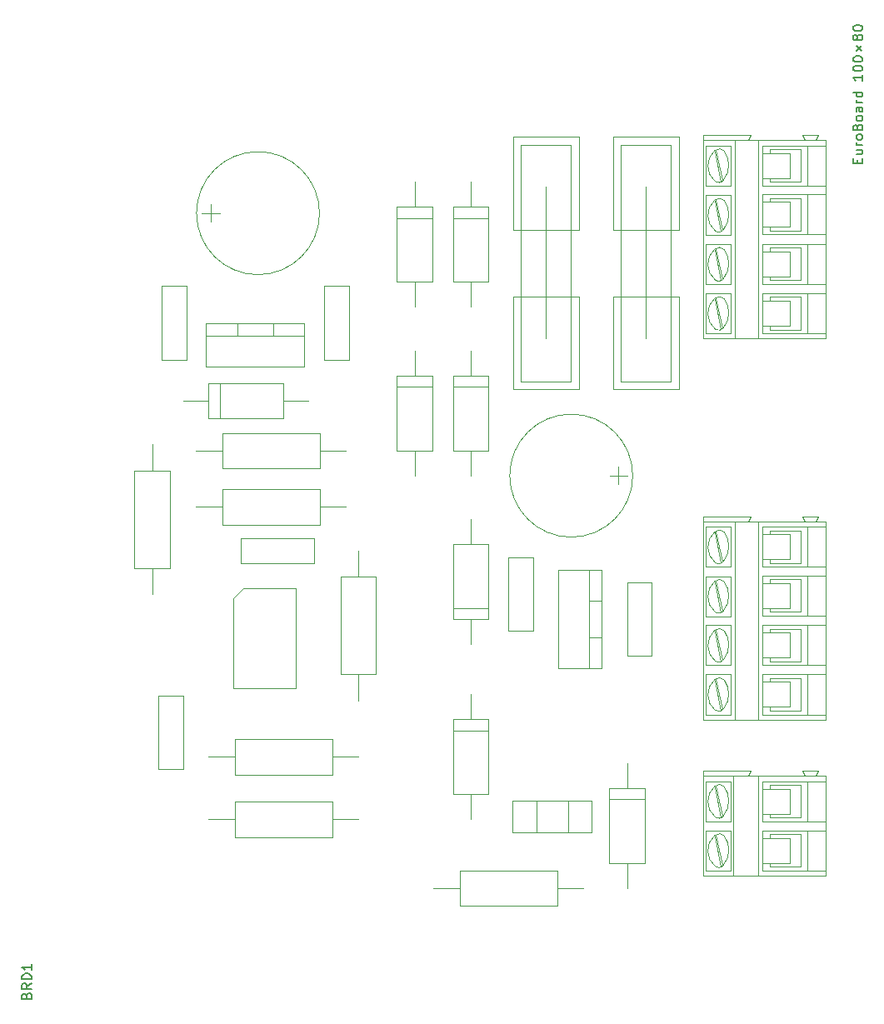
<source format=gbr>
G04 #@! TF.FileFunction,Other,Fab,Top*
%FSLAX46Y46*%
G04 Gerber Fmt 4.6, Leading zero omitted, Abs format (unit mm)*
G04 Created by KiCad (PCBNEW 4.0.6) date Thu Apr 29 15:37:00 2021*
%MOMM*%
%LPD*%
G01*
G04 APERTURE LIST*
%ADD10C,0.100000*%
%ADD11C,0.150000*%
G04 APERTURE END LIST*
D10*
X92570000Y-103505000D02*
G75*
G03X92570000Y-103505000I-6250000J0D01*
G01*
X80620000Y-103505000D02*
X82420000Y-103505000D01*
X81520000Y-102605000D02*
X81520000Y-104405000D01*
X124400000Y-130175000D02*
G75*
G03X124400000Y-130175000I-6250000J0D01*
G01*
X123850000Y-130175000D02*
X122050000Y-130175000D01*
X122950000Y-131075000D02*
X122950000Y-129275000D01*
X76537500Y-118407500D02*
X79037500Y-118407500D01*
X79037500Y-118407500D02*
X79037500Y-110907500D01*
X79037500Y-110907500D02*
X76537500Y-110907500D01*
X76537500Y-110907500D02*
X76537500Y-118407500D01*
X114280000Y-138450000D02*
X111780000Y-138450000D01*
X111780000Y-138450000D02*
X111780000Y-145950000D01*
X111780000Y-145950000D02*
X114280000Y-145950000D01*
X114280000Y-145950000D02*
X114280000Y-138450000D01*
X93047500Y-118407500D02*
X95547500Y-118407500D01*
X95547500Y-118407500D02*
X95547500Y-110907500D01*
X95547500Y-110907500D02*
X93047500Y-110907500D01*
X93047500Y-110907500D02*
X93047500Y-118407500D01*
X126345000Y-140990000D02*
X123845000Y-140990000D01*
X123845000Y-140990000D02*
X123845000Y-148490000D01*
X123845000Y-148490000D02*
X126345000Y-148490000D01*
X126345000Y-148490000D02*
X126345000Y-140990000D01*
X76220000Y-160000000D02*
X78720000Y-160000000D01*
X78720000Y-160000000D02*
X78720000Y-152500000D01*
X78720000Y-152500000D02*
X76220000Y-152500000D01*
X76220000Y-152500000D02*
X76220000Y-160000000D01*
X92055000Y-139045000D02*
X92055000Y-136545000D01*
X92055000Y-136545000D02*
X84555000Y-136545000D01*
X84555000Y-136545000D02*
X84555000Y-139045000D01*
X84555000Y-139045000D02*
X92055000Y-139045000D01*
X104035000Y-102880000D02*
X100435000Y-102880000D01*
X100435000Y-102880000D02*
X100435000Y-110480000D01*
X100435000Y-110480000D02*
X104035000Y-110480000D01*
X104035000Y-110480000D02*
X104035000Y-102880000D01*
X102235000Y-100330000D02*
X102235000Y-102880000D01*
X102235000Y-113030000D02*
X102235000Y-110480000D01*
X104035000Y-104020000D02*
X100435000Y-104020000D01*
X109750000Y-102880000D02*
X106150000Y-102880000D01*
X106150000Y-102880000D02*
X106150000Y-110480000D01*
X106150000Y-110480000D02*
X109750000Y-110480000D01*
X109750000Y-110480000D02*
X109750000Y-102880000D01*
X107950000Y-100330000D02*
X107950000Y-102880000D01*
X107950000Y-113030000D02*
X107950000Y-110480000D01*
X109750000Y-104020000D02*
X106150000Y-104020000D01*
X109750000Y-120025000D02*
X106150000Y-120025000D01*
X106150000Y-120025000D02*
X106150000Y-127625000D01*
X106150000Y-127625000D02*
X109750000Y-127625000D01*
X109750000Y-127625000D02*
X109750000Y-120025000D01*
X107950000Y-117475000D02*
X107950000Y-120025000D01*
X107950000Y-130175000D02*
X107950000Y-127625000D01*
X109750000Y-121165000D02*
X106150000Y-121165000D01*
X104035000Y-120025000D02*
X100435000Y-120025000D01*
X100435000Y-120025000D02*
X100435000Y-127625000D01*
X100435000Y-127625000D02*
X104035000Y-127625000D01*
X104035000Y-127625000D02*
X104035000Y-120025000D01*
X102235000Y-117475000D02*
X102235000Y-120025000D01*
X102235000Y-130175000D02*
X102235000Y-127625000D01*
X104035000Y-121165000D02*
X100435000Y-121165000D01*
X81290000Y-120755000D02*
X81290000Y-124355000D01*
X81290000Y-124355000D02*
X88890000Y-124355000D01*
X88890000Y-124355000D02*
X88890000Y-120755000D01*
X88890000Y-120755000D02*
X81290000Y-120755000D01*
X78740000Y-122555000D02*
X81290000Y-122555000D01*
X91440000Y-122555000D02*
X88890000Y-122555000D01*
X82430000Y-120755000D02*
X82430000Y-124355000D01*
X106150000Y-144770000D02*
X109750000Y-144770000D01*
X109750000Y-144770000D02*
X109750000Y-137170000D01*
X109750000Y-137170000D02*
X106150000Y-137170000D01*
X106150000Y-137170000D02*
X106150000Y-144770000D01*
X107950000Y-147320000D02*
X107950000Y-144770000D01*
X107950000Y-134620000D02*
X107950000Y-137170000D01*
X106150000Y-143630000D02*
X109750000Y-143630000D01*
X109750000Y-154950000D02*
X106150000Y-154950000D01*
X106150000Y-154950000D02*
X106150000Y-162550000D01*
X106150000Y-162550000D02*
X109750000Y-162550000D01*
X109750000Y-162550000D02*
X109750000Y-154950000D01*
X107950000Y-152400000D02*
X107950000Y-154950000D01*
X107950000Y-165100000D02*
X107950000Y-162550000D01*
X109750000Y-156090000D02*
X106150000Y-156090000D01*
X125625000Y-161935000D02*
X122025000Y-161935000D01*
X122025000Y-161935000D02*
X122025000Y-169535000D01*
X122025000Y-169535000D02*
X125625000Y-169535000D01*
X125625000Y-169535000D02*
X125625000Y-161935000D01*
X123825000Y-159385000D02*
X123825000Y-161935000D01*
X123825000Y-172085000D02*
X123825000Y-169535000D01*
X125625000Y-163075000D02*
X122025000Y-163075000D01*
X125730000Y-116195000D02*
X125730000Y-100845000D01*
X123180000Y-120645000D02*
X123180000Y-96545000D01*
X123180000Y-96545000D02*
X128280000Y-96545000D01*
X128280000Y-96545000D02*
X128280000Y-120645000D01*
X128280000Y-120645000D02*
X123230000Y-120645000D01*
X122380000Y-105245000D02*
X129080000Y-105245000D01*
X129080000Y-105245000D02*
X129080000Y-95695000D01*
X129080000Y-95695000D02*
X122430000Y-95695000D01*
X122430000Y-95695000D02*
X122380000Y-105245000D01*
X122380000Y-121345000D02*
X122380000Y-111995000D01*
X122380000Y-111995000D02*
X129080000Y-111995000D01*
X129080000Y-111995000D02*
X129080000Y-121345000D01*
X129080000Y-121345000D02*
X122380000Y-121345000D01*
X115570000Y-116195000D02*
X115570000Y-100845000D01*
X113020000Y-120645000D02*
X113020000Y-96545000D01*
X113020000Y-96545000D02*
X118120000Y-96545000D01*
X118120000Y-96545000D02*
X118120000Y-120645000D01*
X118120000Y-120645000D02*
X113070000Y-120645000D01*
X112220000Y-105245000D02*
X118920000Y-105245000D01*
X118920000Y-105245000D02*
X118920000Y-95695000D01*
X118920000Y-95695000D02*
X112270000Y-95695000D01*
X112270000Y-95695000D02*
X112220000Y-105245000D01*
X112220000Y-121345000D02*
X112220000Y-111995000D01*
X112220000Y-111995000D02*
X118920000Y-111995000D01*
X118920000Y-111995000D02*
X118920000Y-121345000D01*
X118920000Y-121345000D02*
X112220000Y-121345000D01*
X140335000Y-169535000D02*
X140335000Y-166995000D01*
X140335000Y-166995000D02*
X137545000Y-166995000D01*
X137545000Y-169535000D02*
X137545000Y-166995000D01*
X140335000Y-169535000D02*
X137545000Y-169535000D01*
X140335000Y-164535000D02*
X140335000Y-161995000D01*
X140335000Y-161995000D02*
X137545000Y-161995000D01*
X137545000Y-164535000D02*
X137545000Y-161995000D01*
X140335000Y-164535000D02*
X137545000Y-164535000D01*
X131575000Y-160665000D02*
X134625000Y-160665000D01*
X131575000Y-160665000D02*
X131575000Y-170855000D01*
X131575000Y-160665000D02*
X131575000Y-160165000D01*
X131575000Y-160165000D02*
X136395000Y-160165000D01*
X136395000Y-160165000D02*
X136145000Y-160665000D01*
X143255000Y-160165000D02*
X143005000Y-160665000D01*
X143005000Y-160665000D02*
X144015000Y-160665000D01*
X141605000Y-160165000D02*
X141855000Y-160665000D01*
X141855000Y-160665000D02*
X143005000Y-160665000D01*
X141605000Y-160165000D02*
X143255000Y-160165000D01*
X144015000Y-165295000D02*
X142115000Y-165295000D01*
X137545000Y-161225000D02*
X142115000Y-161225000D01*
X144015000Y-165295000D02*
X144015000Y-161225000D01*
X144015000Y-161225000D02*
X144015000Y-160665000D01*
X144015000Y-166235000D02*
X142115000Y-166235000D01*
X144015000Y-166235000D02*
X144015000Y-165295000D01*
X137545000Y-170295000D02*
X142115000Y-170295000D01*
X144015000Y-170855000D02*
X144015000Y-170295000D01*
X144015000Y-170295000D02*
X144015000Y-166235000D01*
X142115000Y-165295000D02*
X142115000Y-161225000D01*
X142115000Y-165295000D02*
X137545000Y-165295000D01*
X142115000Y-161225000D02*
X144015000Y-161225000D01*
X142115000Y-166235000D02*
X142115000Y-170295000D01*
X142115000Y-166235000D02*
X137545000Y-166235000D01*
X142115000Y-170295000D02*
X144015000Y-170295000D01*
X141475000Y-161605000D02*
X138305000Y-161605000D01*
X141475000Y-161605000D02*
X141475000Y-164915000D01*
X141475000Y-164915000D02*
X138305000Y-164915000D01*
X141475000Y-166615000D02*
X138305000Y-166615000D01*
X141475000Y-166615000D02*
X141475000Y-169915000D01*
X141475000Y-169915000D02*
X138305000Y-169915000D01*
X138305000Y-169915000D02*
X138305000Y-169535000D01*
X138305000Y-166615000D02*
X138305000Y-166995000D01*
X138305000Y-164915000D02*
X138305000Y-164535000D01*
X138305000Y-161605000D02*
X138305000Y-161995000D01*
X144015000Y-170855000D02*
X137155000Y-170855000D01*
X137155000Y-170855000D02*
X134625000Y-170855000D01*
X136145000Y-160665000D02*
X137155000Y-160665000D01*
X137155000Y-160665000D02*
X141855000Y-160665000D01*
X134625000Y-170855000D02*
X134625000Y-160665000D01*
X134625000Y-170855000D02*
X131575000Y-170855000D01*
X134625000Y-160665000D02*
X136145000Y-160665000D01*
X134365000Y-165295000D02*
X131825000Y-165295000D01*
X131825000Y-165295000D02*
X131825000Y-161225000D01*
X131825000Y-161225000D02*
X134365000Y-161225000D01*
X134365000Y-161225000D02*
X134365000Y-165295000D01*
X134365000Y-166235000D02*
X131825000Y-166235000D01*
X134365000Y-166235000D02*
X134365000Y-170295000D01*
X134365000Y-170295000D02*
X131825000Y-170295000D01*
X131825000Y-166235000D02*
X131825000Y-170295000D01*
X133345000Y-164885000D02*
X132715000Y-161835000D01*
X133475000Y-164755000D02*
X132845000Y-161715000D01*
X133345000Y-169895000D02*
X132715000Y-166835000D01*
X133475000Y-169765000D02*
X132845000Y-166715000D01*
X137545000Y-170295000D02*
X137545000Y-169915000D01*
X137545000Y-166235000D02*
X137545000Y-166615000D01*
X137545000Y-166615000D02*
X137545000Y-169915000D01*
X137155000Y-170855000D02*
X137155000Y-169915000D01*
X137155000Y-169915000D02*
X137155000Y-166615000D01*
X137155000Y-166615000D02*
X137155000Y-164915000D01*
X137155000Y-160665000D02*
X137155000Y-161605000D01*
X137155000Y-161605000D02*
X137155000Y-164915000D01*
X137545000Y-161225000D02*
X137545000Y-161605000D01*
X137545000Y-165295000D02*
X137545000Y-164915000D01*
X137545000Y-164915000D02*
X137545000Y-161605000D01*
X133718995Y-161789468D02*
G75*
G03X132745000Y-161735000I-513995J-455532D01*
G01*
X133626737Y-164727333D02*
G75*
G03X133675000Y-161745000I-1901737J1522333D01*
G01*
X132733313Y-161736761D02*
G75*
G03X132795000Y-164885000I1351687J-1548239D01*
G01*
X132736301Y-164837972D02*
G75*
G03X133665000Y-164695000I408699J432972D01*
G01*
X133708996Y-166789380D02*
G75*
G03X132745000Y-166745000I-503996J-455620D01*
G01*
X133636418Y-169734829D02*
G75*
G03X133675000Y-166745000I-1911418J1519829D01*
G01*
X132723466Y-166735024D02*
G75*
G03X132795000Y-169895000I1361534J-1549976D01*
G01*
X132736301Y-169837972D02*
G75*
G03X133665000Y-169695000I408699J432972D01*
G01*
X137545000Y-143650000D02*
X140335000Y-143650000D01*
X140335000Y-143650000D02*
X140335000Y-141110000D01*
X140335000Y-141110000D02*
X137545000Y-141110000D01*
X134365000Y-144460000D02*
X131825000Y-144460000D01*
X131825000Y-144460000D02*
X131825000Y-140400000D01*
X131825000Y-140400000D02*
X134365000Y-140400000D01*
X134365000Y-140400000D02*
X134365000Y-144460000D01*
X133345000Y-144060000D02*
X132715000Y-141010000D01*
X133475000Y-143930000D02*
X132845000Y-140880000D01*
X142115000Y-144410000D02*
X142115000Y-140350000D01*
X144015000Y-140350000D02*
X137545000Y-140350000D01*
X138305000Y-144030000D02*
X138305000Y-143650000D01*
X138305000Y-144030000D02*
X141475000Y-144030000D01*
X141475000Y-144030000D02*
X141475000Y-140730000D01*
X141475000Y-140730000D02*
X138305000Y-140730000D01*
X138305000Y-140730000D02*
X138305000Y-141110000D01*
X137155000Y-139890000D02*
X137155000Y-134810000D01*
X144015000Y-144410000D02*
X137545000Y-144410000D01*
X137545000Y-144410000D02*
X137545000Y-140350000D01*
X144015000Y-135450000D02*
X144015000Y-139380000D01*
X144015000Y-139230000D02*
X144015000Y-145330000D01*
X134745000Y-134810000D02*
X134745000Y-154980000D01*
X131575000Y-134660000D02*
X131575000Y-154980000D01*
X137155000Y-139740000D02*
X137155000Y-154920000D01*
X141795000Y-139450000D02*
X137545000Y-139450000D01*
X137545000Y-139050000D02*
X137545000Y-135750000D01*
X137545000Y-139430000D02*
X137545000Y-139050000D01*
X137545000Y-135370000D02*
X137545000Y-135750000D01*
X133475000Y-138900000D02*
X132845000Y-135850000D01*
X133345000Y-139030000D02*
X132715000Y-135980000D01*
X134365000Y-135370000D02*
X134365000Y-139430000D01*
X131825000Y-135370000D02*
X134365000Y-135370000D01*
X131825000Y-139430000D02*
X131825000Y-135370000D01*
X134365000Y-139430000D02*
X131825000Y-139430000D01*
X134625000Y-134810000D02*
X136145000Y-134810000D01*
X137155000Y-134810000D02*
X141855000Y-134810000D01*
X136145000Y-134810000D02*
X137155000Y-134810000D01*
X138305000Y-135750000D02*
X138305000Y-136130000D01*
X138305000Y-139050000D02*
X138305000Y-138670000D01*
X141475000Y-139050000D02*
X138305000Y-139050000D01*
X141475000Y-135750000D02*
X141475000Y-139050000D01*
X141475000Y-135750000D02*
X138305000Y-135750000D01*
X142115000Y-135370000D02*
X144015000Y-135370000D01*
X142115000Y-139430000D02*
X142115000Y-135370000D01*
X144015000Y-135370000D02*
X144015000Y-134810000D01*
X137545000Y-135370000D02*
X142115000Y-135370000D01*
X144015000Y-139430000D02*
X142115000Y-139430000D01*
X141605000Y-134300000D02*
X143255000Y-134300000D01*
X141855000Y-134810000D02*
X143005000Y-134810000D01*
X141605000Y-134300000D02*
X141855000Y-134810000D01*
X143005000Y-134810000D02*
X144015000Y-134810000D01*
X143255000Y-134300000D02*
X143005000Y-134810000D01*
X136395000Y-134300000D02*
X136145000Y-134810000D01*
X131575000Y-134300000D02*
X136395000Y-134300000D01*
X131575000Y-134810000D02*
X131575000Y-134300000D01*
X131575000Y-134810000D02*
X134625000Y-134810000D01*
X140335000Y-138670000D02*
X137545000Y-138670000D01*
X137545000Y-138670000D02*
X137545000Y-136130000D01*
X140335000Y-136130000D02*
X137545000Y-136130000D01*
X140335000Y-138670000D02*
X140335000Y-136130000D01*
X140335000Y-153680000D02*
X140335000Y-151140000D01*
X140335000Y-151140000D02*
X137545000Y-151140000D01*
X137545000Y-153680000D02*
X137545000Y-151140000D01*
X140335000Y-153680000D02*
X137545000Y-153680000D01*
X140335000Y-148680000D02*
X140335000Y-146140000D01*
X140335000Y-146140000D02*
X137545000Y-146140000D01*
X137545000Y-148680000D02*
X137545000Y-146140000D01*
X140335000Y-148680000D02*
X137545000Y-148680000D01*
X143005000Y-139450000D02*
X144015000Y-139450000D01*
X141855000Y-139450000D02*
X143005000Y-139450000D01*
X144015000Y-149440000D02*
X142115000Y-149440000D01*
X137545000Y-145380000D02*
X142115000Y-145380000D01*
X144015000Y-149440000D02*
X144015000Y-145380000D01*
X144015000Y-150380000D02*
X142115000Y-150380000D01*
X144015000Y-150380000D02*
X144015000Y-149440000D01*
X137545000Y-154450000D02*
X142115000Y-154450000D01*
X144015000Y-154980000D02*
X144015000Y-154450000D01*
X144015000Y-154450000D02*
X144015000Y-150380000D01*
X142115000Y-149440000D02*
X142115000Y-145380000D01*
X142115000Y-149440000D02*
X137545000Y-149440000D01*
X142115000Y-145380000D02*
X144015000Y-145380000D01*
X142115000Y-150380000D02*
X142115000Y-154450000D01*
X142115000Y-150380000D02*
X137545000Y-150380000D01*
X142115000Y-154450000D02*
X144015000Y-154450000D01*
X141475000Y-145760000D02*
X138305000Y-145760000D01*
X141475000Y-145760000D02*
X141475000Y-149060000D01*
X141475000Y-149060000D02*
X138305000Y-149060000D01*
X141475000Y-150760000D02*
X138305000Y-150760000D01*
X141475000Y-150760000D02*
X141475000Y-154070000D01*
X141475000Y-154070000D02*
X138305000Y-154070000D01*
X138305000Y-154070000D02*
X138305000Y-153680000D01*
X138305000Y-150760000D02*
X138305000Y-151140000D01*
X138305000Y-149060000D02*
X138305000Y-148680000D01*
X138305000Y-145760000D02*
X138305000Y-146140000D01*
X144015000Y-154980000D02*
X137155000Y-154980000D01*
X137155000Y-154980000D02*
X134625000Y-154980000D01*
X134625000Y-154980000D02*
X131575000Y-154980000D01*
X134365000Y-149440000D02*
X131825000Y-149440000D01*
X131825000Y-149440000D02*
X131825000Y-145380000D01*
X131825000Y-145380000D02*
X134365000Y-145380000D01*
X134365000Y-145380000D02*
X134365000Y-149440000D01*
X134365000Y-150380000D02*
X131825000Y-150380000D01*
X134365000Y-150380000D02*
X134365000Y-154450000D01*
X134365000Y-154450000D02*
X131825000Y-154450000D01*
X131825000Y-150380000D02*
X131825000Y-154450000D01*
X133345000Y-149040000D02*
X132715000Y-145990000D01*
X133475000Y-148910000D02*
X132845000Y-145860000D01*
X133345000Y-154040000D02*
X132715000Y-150990000D01*
X133475000Y-153910000D02*
X132845000Y-150870000D01*
X137545000Y-154450000D02*
X137545000Y-154070000D01*
X137545000Y-150380000D02*
X137545000Y-150760000D01*
X137545000Y-150760000D02*
X137545000Y-154070000D01*
X137545000Y-145380000D02*
X137545000Y-145760000D01*
X137545000Y-149440000D02*
X137545000Y-149060000D01*
X137545000Y-149060000D02*
X137545000Y-145760000D01*
X133708996Y-140954380D02*
G75*
G03X132745000Y-140910000I-503996J-455620D01*
G01*
X133626737Y-143902333D02*
G75*
G03X133675000Y-140920000I-1901737J1522333D01*
G01*
X132733313Y-140911761D02*
G75*
G03X132795000Y-144060000I1351687J-1548239D01*
G01*
X132736301Y-144002972D02*
G75*
G03X133665000Y-143860000I408699J432972D01*
G01*
X132736301Y-138972972D02*
G75*
G03X133665000Y-138830000I408699J432972D01*
G01*
X132733313Y-135881761D02*
G75*
G03X132795000Y-139030000I1351687J-1548239D01*
G01*
X133626737Y-138872333D02*
G75*
G03X133675000Y-135890000I-1901737J1522333D01*
G01*
X133708996Y-135924380D02*
G75*
G03X132745000Y-135880000I-503996J-455620D01*
G01*
X133708996Y-145934380D02*
G75*
G03X132745000Y-145890000I-503996J-455620D01*
G01*
X133626737Y-148882333D02*
G75*
G03X133675000Y-145900000I-1901737J1522333D01*
G01*
X132733313Y-145891761D02*
G75*
G03X132795000Y-149040000I1351687J-1548239D01*
G01*
X132736301Y-148982972D02*
G75*
G03X133665000Y-148840000I408699J432972D01*
G01*
X133718995Y-150944468D02*
G75*
G03X132745000Y-150890000I-513995J-455532D01*
G01*
X133626737Y-153882333D02*
G75*
G03X133675000Y-150900000I-1901737J1522333D01*
G01*
X132733313Y-150891761D02*
G75*
G03X132795000Y-154040000I1351687J-1548239D01*
G01*
X132745995Y-153995426D02*
G75*
G03X133665000Y-153840000I399005J435426D01*
G01*
X137545000Y-104915000D02*
X140335000Y-104915000D01*
X140335000Y-104915000D02*
X140335000Y-102375000D01*
X140335000Y-102375000D02*
X137545000Y-102375000D01*
X134365000Y-105725000D02*
X131825000Y-105725000D01*
X131825000Y-105725000D02*
X131825000Y-101665000D01*
X131825000Y-101665000D02*
X134365000Y-101665000D01*
X134365000Y-101665000D02*
X134365000Y-105725000D01*
X133345000Y-105325000D02*
X132715000Y-102275000D01*
X133475000Y-105195000D02*
X132845000Y-102145000D01*
X142115000Y-105675000D02*
X142115000Y-101615000D01*
X144015000Y-101615000D02*
X137545000Y-101615000D01*
X138305000Y-105295000D02*
X138305000Y-104915000D01*
X138305000Y-105295000D02*
X141475000Y-105295000D01*
X141475000Y-105295000D02*
X141475000Y-101995000D01*
X141475000Y-101995000D02*
X138305000Y-101995000D01*
X138305000Y-101995000D02*
X138305000Y-102375000D01*
X137155000Y-101155000D02*
X137155000Y-96075000D01*
X144015000Y-105675000D02*
X137545000Y-105675000D01*
X137545000Y-105675000D02*
X137545000Y-101615000D01*
X144015000Y-96715000D02*
X144015000Y-100645000D01*
X144015000Y-100495000D02*
X144015000Y-106595000D01*
X134745000Y-96075000D02*
X134745000Y-116245000D01*
X131575000Y-95925000D02*
X131575000Y-116245000D01*
X137155000Y-101005000D02*
X137155000Y-116185000D01*
X141795000Y-100715000D02*
X137545000Y-100715000D01*
X137545000Y-100315000D02*
X137545000Y-97015000D01*
X137545000Y-100695000D02*
X137545000Y-100315000D01*
X137545000Y-96635000D02*
X137545000Y-97015000D01*
X133475000Y-100165000D02*
X132845000Y-97115000D01*
X133345000Y-100295000D02*
X132715000Y-97245000D01*
X134365000Y-96635000D02*
X134365000Y-100695000D01*
X131825000Y-96635000D02*
X134365000Y-96635000D01*
X131825000Y-100695000D02*
X131825000Y-96635000D01*
X134365000Y-100695000D02*
X131825000Y-100695000D01*
X134625000Y-96075000D02*
X136145000Y-96075000D01*
X137155000Y-96075000D02*
X141855000Y-96075000D01*
X136145000Y-96075000D02*
X137155000Y-96075000D01*
X138305000Y-97015000D02*
X138305000Y-97395000D01*
X138305000Y-100315000D02*
X138305000Y-99935000D01*
X141475000Y-100315000D02*
X138305000Y-100315000D01*
X141475000Y-97015000D02*
X141475000Y-100315000D01*
X141475000Y-97015000D02*
X138305000Y-97015000D01*
X142115000Y-96635000D02*
X144015000Y-96635000D01*
X142115000Y-100695000D02*
X142115000Y-96635000D01*
X144015000Y-96635000D02*
X144015000Y-96075000D01*
X137545000Y-96635000D02*
X142115000Y-96635000D01*
X144015000Y-100695000D02*
X142115000Y-100695000D01*
X141605000Y-95565000D02*
X143255000Y-95565000D01*
X141855000Y-96075000D02*
X143005000Y-96075000D01*
X141605000Y-95565000D02*
X141855000Y-96075000D01*
X143005000Y-96075000D02*
X144015000Y-96075000D01*
X143255000Y-95565000D02*
X143005000Y-96075000D01*
X136395000Y-95565000D02*
X136145000Y-96075000D01*
X131575000Y-95565000D02*
X136395000Y-95565000D01*
X131575000Y-96075000D02*
X131575000Y-95565000D01*
X131575000Y-96075000D02*
X134625000Y-96075000D01*
X140335000Y-99935000D02*
X137545000Y-99935000D01*
X137545000Y-99935000D02*
X137545000Y-97395000D01*
X140335000Y-97395000D02*
X137545000Y-97395000D01*
X140335000Y-99935000D02*
X140335000Y-97395000D01*
X140335000Y-114945000D02*
X140335000Y-112405000D01*
X140335000Y-112405000D02*
X137545000Y-112405000D01*
X137545000Y-114945000D02*
X137545000Y-112405000D01*
X140335000Y-114945000D02*
X137545000Y-114945000D01*
X140335000Y-109945000D02*
X140335000Y-107405000D01*
X140335000Y-107405000D02*
X137545000Y-107405000D01*
X137545000Y-109945000D02*
X137545000Y-107405000D01*
X140335000Y-109945000D02*
X137545000Y-109945000D01*
X143005000Y-100715000D02*
X144015000Y-100715000D01*
X141855000Y-100715000D02*
X143005000Y-100715000D01*
X144015000Y-110705000D02*
X142115000Y-110705000D01*
X137545000Y-106645000D02*
X142115000Y-106645000D01*
X144015000Y-110705000D02*
X144015000Y-106645000D01*
X144015000Y-111645000D02*
X142115000Y-111645000D01*
X144015000Y-111645000D02*
X144015000Y-110705000D01*
X137545000Y-115715000D02*
X142115000Y-115715000D01*
X144015000Y-116245000D02*
X144015000Y-115715000D01*
X144015000Y-115715000D02*
X144015000Y-111645000D01*
X142115000Y-110705000D02*
X142115000Y-106645000D01*
X142115000Y-110705000D02*
X137545000Y-110705000D01*
X142115000Y-106645000D02*
X144015000Y-106645000D01*
X142115000Y-111645000D02*
X142115000Y-115715000D01*
X142115000Y-111645000D02*
X137545000Y-111645000D01*
X142115000Y-115715000D02*
X144015000Y-115715000D01*
X141475000Y-107025000D02*
X138305000Y-107025000D01*
X141475000Y-107025000D02*
X141475000Y-110325000D01*
X141475000Y-110325000D02*
X138305000Y-110325000D01*
X141475000Y-112025000D02*
X138305000Y-112025000D01*
X141475000Y-112025000D02*
X141475000Y-115335000D01*
X141475000Y-115335000D02*
X138305000Y-115335000D01*
X138305000Y-115335000D02*
X138305000Y-114945000D01*
X138305000Y-112025000D02*
X138305000Y-112405000D01*
X138305000Y-110325000D02*
X138305000Y-109945000D01*
X138305000Y-107025000D02*
X138305000Y-107405000D01*
X144015000Y-116245000D02*
X137155000Y-116245000D01*
X137155000Y-116245000D02*
X134625000Y-116245000D01*
X134625000Y-116245000D02*
X131575000Y-116245000D01*
X134365000Y-110705000D02*
X131825000Y-110705000D01*
X131825000Y-110705000D02*
X131825000Y-106645000D01*
X131825000Y-106645000D02*
X134365000Y-106645000D01*
X134365000Y-106645000D02*
X134365000Y-110705000D01*
X134365000Y-111645000D02*
X131825000Y-111645000D01*
X134365000Y-111645000D02*
X134365000Y-115715000D01*
X134365000Y-115715000D02*
X131825000Y-115715000D01*
X131825000Y-111645000D02*
X131825000Y-115715000D01*
X133345000Y-110305000D02*
X132715000Y-107255000D01*
X133475000Y-110175000D02*
X132845000Y-107125000D01*
X133345000Y-115305000D02*
X132715000Y-112255000D01*
X133475000Y-115175000D02*
X132845000Y-112135000D01*
X137545000Y-115715000D02*
X137545000Y-115335000D01*
X137545000Y-111645000D02*
X137545000Y-112025000D01*
X137545000Y-112025000D02*
X137545000Y-115335000D01*
X137545000Y-106645000D02*
X137545000Y-107025000D01*
X137545000Y-110705000D02*
X137545000Y-110325000D01*
X137545000Y-110325000D02*
X137545000Y-107025000D01*
X133708996Y-102219380D02*
G75*
G03X132745000Y-102175000I-503996J-455620D01*
G01*
X133626737Y-105167333D02*
G75*
G03X133675000Y-102185000I-1901737J1522333D01*
G01*
X132733313Y-102176761D02*
G75*
G03X132795000Y-105325000I1351687J-1548239D01*
G01*
X132736301Y-105267972D02*
G75*
G03X133665000Y-105125000I408699J432972D01*
G01*
X132736301Y-100237972D02*
G75*
G03X133665000Y-100095000I408699J432972D01*
G01*
X132733313Y-97146761D02*
G75*
G03X132795000Y-100295000I1351687J-1548239D01*
G01*
X133626737Y-100137333D02*
G75*
G03X133675000Y-97155000I-1901737J1522333D01*
G01*
X133708996Y-97189380D02*
G75*
G03X132745000Y-97145000I-503996J-455620D01*
G01*
X133708996Y-107199380D02*
G75*
G03X132745000Y-107155000I-503996J-455620D01*
G01*
X133626737Y-110147333D02*
G75*
G03X133675000Y-107165000I-1901737J1522333D01*
G01*
X132733313Y-107156761D02*
G75*
G03X132795000Y-110305000I1351687J-1548239D01*
G01*
X132736301Y-110247972D02*
G75*
G03X133665000Y-110105000I408699J432972D01*
G01*
X133718995Y-112209468D02*
G75*
G03X132745000Y-112155000I-513995J-455532D01*
G01*
X133626737Y-115147333D02*
G75*
G03X133675000Y-112165000I-1901737J1522333D01*
G01*
X132733313Y-112156761D02*
G75*
G03X132795000Y-115305000I1351687J-1548239D01*
G01*
X132745995Y-115260426D02*
G75*
G03X133665000Y-115105000I399005J435426D01*
G01*
X120205000Y-166465000D02*
X120205000Y-163215000D01*
X120205000Y-163215000D02*
X112205000Y-163215000D01*
X112205000Y-163215000D02*
X112205000Y-166465000D01*
X112205000Y-166465000D02*
X120205000Y-166465000D01*
X117805000Y-166465000D02*
X117805000Y-163215000D01*
X114605000Y-166465000D02*
X114605000Y-163215000D01*
X83950000Y-163300000D02*
X83950000Y-166900000D01*
X83950000Y-166900000D02*
X93850000Y-166900000D01*
X93850000Y-166900000D02*
X93850000Y-163300000D01*
X93850000Y-163300000D02*
X83950000Y-163300000D01*
X81280000Y-165100000D02*
X83950000Y-165100000D01*
X96520000Y-165100000D02*
X93850000Y-165100000D01*
X98320000Y-140465000D02*
X94720000Y-140465000D01*
X94720000Y-140465000D02*
X94720000Y-150365000D01*
X94720000Y-150365000D02*
X98320000Y-150365000D01*
X98320000Y-150365000D02*
X98320000Y-140465000D01*
X96520000Y-137795000D02*
X96520000Y-140465000D01*
X96520000Y-153035000D02*
X96520000Y-150365000D01*
X93850000Y-160550000D02*
X93850000Y-156950000D01*
X93850000Y-156950000D02*
X83950000Y-156950000D01*
X83950000Y-156950000D02*
X83950000Y-160550000D01*
X83950000Y-160550000D02*
X93850000Y-160550000D01*
X96520000Y-158750000D02*
X93850000Y-158750000D01*
X81280000Y-158750000D02*
X83950000Y-158750000D01*
X92580000Y-129435000D02*
X92580000Y-125835000D01*
X92580000Y-125835000D02*
X82680000Y-125835000D01*
X82680000Y-125835000D02*
X82680000Y-129435000D01*
X82680000Y-129435000D02*
X92580000Y-129435000D01*
X95250000Y-127635000D02*
X92580000Y-127635000D01*
X80010000Y-127635000D02*
X82680000Y-127635000D01*
X73765000Y-139570000D02*
X77365000Y-139570000D01*
X77365000Y-139570000D02*
X77365000Y-129670000D01*
X77365000Y-129670000D02*
X73765000Y-129670000D01*
X73765000Y-129670000D02*
X73765000Y-139570000D01*
X75565000Y-142240000D02*
X75565000Y-139570000D01*
X75565000Y-127000000D02*
X75565000Y-129670000D01*
X116710000Y-173885000D02*
X116710000Y-170285000D01*
X116710000Y-170285000D02*
X106810000Y-170285000D01*
X106810000Y-170285000D02*
X106810000Y-173885000D01*
X106810000Y-173885000D02*
X116710000Y-173885000D01*
X119380000Y-172085000D02*
X116710000Y-172085000D01*
X104140000Y-172085000D02*
X106810000Y-172085000D01*
X92580000Y-135150000D02*
X92580000Y-131550000D01*
X92580000Y-131550000D02*
X82680000Y-131550000D01*
X82680000Y-131550000D02*
X82680000Y-135150000D01*
X82680000Y-135150000D02*
X92580000Y-135150000D01*
X95250000Y-133350000D02*
X92580000Y-133350000D01*
X80010000Y-133350000D02*
X82680000Y-133350000D01*
X81042500Y-114657500D02*
X81042500Y-119057500D01*
X81042500Y-119057500D02*
X91042500Y-119057500D01*
X91042500Y-119057500D02*
X91042500Y-114657500D01*
X91042500Y-114657500D02*
X81042500Y-114657500D01*
X81042500Y-115927500D02*
X91042500Y-115927500D01*
X84192500Y-114657500D02*
X84192500Y-115927500D01*
X87892500Y-114657500D02*
X87892500Y-115927500D01*
X121245000Y-139780000D02*
X116845000Y-139780000D01*
X116845000Y-139780000D02*
X116845000Y-149780000D01*
X116845000Y-149780000D02*
X121245000Y-149780000D01*
X121245000Y-149780000D02*
X121245000Y-139780000D01*
X119975000Y-139780000D02*
X119975000Y-149780000D01*
X121245000Y-142930000D02*
X119975000Y-142930000D01*
X121245000Y-146630000D02*
X119975000Y-146630000D01*
X84820000Y-141605000D02*
X90170000Y-141605000D01*
X90170000Y-141605000D02*
X90170000Y-151765000D01*
X90170000Y-151765000D02*
X83820000Y-151765000D01*
X83820000Y-151765000D02*
X83820000Y-142605000D01*
X83820000Y-142605000D02*
X84820000Y-141605000D01*
D11*
X62793571Y-183014761D02*
X62841190Y-182871904D01*
X62888810Y-182824285D01*
X62984048Y-182776666D01*
X63126905Y-182776666D01*
X63222143Y-182824285D01*
X63269762Y-182871904D01*
X63317381Y-182967142D01*
X63317381Y-183348095D01*
X62317381Y-183348095D01*
X62317381Y-183014761D01*
X62365000Y-182919523D01*
X62412619Y-182871904D01*
X62507857Y-182824285D01*
X62603095Y-182824285D01*
X62698333Y-182871904D01*
X62745952Y-182919523D01*
X62793571Y-183014761D01*
X62793571Y-183348095D01*
X63317381Y-181776666D02*
X62841190Y-182110000D01*
X63317381Y-182348095D02*
X62317381Y-182348095D01*
X62317381Y-181967142D01*
X62365000Y-181871904D01*
X62412619Y-181824285D01*
X62507857Y-181776666D01*
X62650714Y-181776666D01*
X62745952Y-181824285D01*
X62793571Y-181871904D01*
X62841190Y-181967142D01*
X62841190Y-182348095D01*
X63317381Y-181348095D02*
X62317381Y-181348095D01*
X62317381Y-181110000D01*
X62365000Y-180967142D01*
X62460238Y-180871904D01*
X62555476Y-180824285D01*
X62745952Y-180776666D01*
X62888810Y-180776666D01*
X63079286Y-180824285D01*
X63174524Y-180871904D01*
X63269762Y-180967142D01*
X63317381Y-181110000D01*
X63317381Y-181348095D01*
X63317381Y-179824285D02*
X63317381Y-180395714D01*
X63317381Y-180110000D02*
X62317381Y-180110000D01*
X62460238Y-180205238D01*
X62555476Y-180300476D01*
X62603095Y-180395714D01*
X147248571Y-98416191D02*
X147248571Y-98082857D01*
X147772381Y-97940000D02*
X147772381Y-98416191D01*
X146772381Y-98416191D01*
X146772381Y-97940000D01*
X147105714Y-97082857D02*
X147772381Y-97082857D01*
X147105714Y-97511429D02*
X147629524Y-97511429D01*
X147724762Y-97463810D01*
X147772381Y-97368572D01*
X147772381Y-97225714D01*
X147724762Y-97130476D01*
X147677143Y-97082857D01*
X147772381Y-96606667D02*
X147105714Y-96606667D01*
X147296190Y-96606667D02*
X147200952Y-96559048D01*
X147153333Y-96511429D01*
X147105714Y-96416191D01*
X147105714Y-96320952D01*
X147772381Y-95844762D02*
X147724762Y-95940000D01*
X147677143Y-95987619D01*
X147581905Y-96035238D01*
X147296190Y-96035238D01*
X147200952Y-95987619D01*
X147153333Y-95940000D01*
X147105714Y-95844762D01*
X147105714Y-95701904D01*
X147153333Y-95606666D01*
X147200952Y-95559047D01*
X147296190Y-95511428D01*
X147581905Y-95511428D01*
X147677143Y-95559047D01*
X147724762Y-95606666D01*
X147772381Y-95701904D01*
X147772381Y-95844762D01*
X147248571Y-94749523D02*
X147296190Y-94606666D01*
X147343810Y-94559047D01*
X147439048Y-94511428D01*
X147581905Y-94511428D01*
X147677143Y-94559047D01*
X147724762Y-94606666D01*
X147772381Y-94701904D01*
X147772381Y-95082857D01*
X146772381Y-95082857D01*
X146772381Y-94749523D01*
X146820000Y-94654285D01*
X146867619Y-94606666D01*
X146962857Y-94559047D01*
X147058095Y-94559047D01*
X147153333Y-94606666D01*
X147200952Y-94654285D01*
X147248571Y-94749523D01*
X147248571Y-95082857D01*
X147772381Y-93940000D02*
X147724762Y-94035238D01*
X147677143Y-94082857D01*
X147581905Y-94130476D01*
X147296190Y-94130476D01*
X147200952Y-94082857D01*
X147153333Y-94035238D01*
X147105714Y-93940000D01*
X147105714Y-93797142D01*
X147153333Y-93701904D01*
X147200952Y-93654285D01*
X147296190Y-93606666D01*
X147581905Y-93606666D01*
X147677143Y-93654285D01*
X147724762Y-93701904D01*
X147772381Y-93797142D01*
X147772381Y-93940000D01*
X147772381Y-92749523D02*
X147248571Y-92749523D01*
X147153333Y-92797142D01*
X147105714Y-92892380D01*
X147105714Y-93082857D01*
X147153333Y-93178095D01*
X147724762Y-92749523D02*
X147772381Y-92844761D01*
X147772381Y-93082857D01*
X147724762Y-93178095D01*
X147629524Y-93225714D01*
X147534286Y-93225714D01*
X147439048Y-93178095D01*
X147391429Y-93082857D01*
X147391429Y-92844761D01*
X147343810Y-92749523D01*
X147772381Y-92273333D02*
X147105714Y-92273333D01*
X147296190Y-92273333D02*
X147200952Y-92225714D01*
X147153333Y-92178095D01*
X147105714Y-92082857D01*
X147105714Y-91987618D01*
X147772381Y-91225713D02*
X146772381Y-91225713D01*
X147724762Y-91225713D02*
X147772381Y-91320951D01*
X147772381Y-91511428D01*
X147724762Y-91606666D01*
X147677143Y-91654285D01*
X147581905Y-91701904D01*
X147296190Y-91701904D01*
X147200952Y-91654285D01*
X147153333Y-91606666D01*
X147105714Y-91511428D01*
X147105714Y-91320951D01*
X147153333Y-91225713D01*
X147772381Y-89463808D02*
X147772381Y-90035237D01*
X147772381Y-89749523D02*
X146772381Y-89749523D01*
X146915238Y-89844761D01*
X147010476Y-89939999D01*
X147058095Y-90035237D01*
X146772381Y-88844761D02*
X146772381Y-88749522D01*
X146820000Y-88654284D01*
X146867619Y-88606665D01*
X146962857Y-88559046D01*
X147153333Y-88511427D01*
X147391429Y-88511427D01*
X147581905Y-88559046D01*
X147677143Y-88606665D01*
X147724762Y-88654284D01*
X147772381Y-88749522D01*
X147772381Y-88844761D01*
X147724762Y-88939999D01*
X147677143Y-88987618D01*
X147581905Y-89035237D01*
X147391429Y-89082856D01*
X147153333Y-89082856D01*
X146962857Y-89035237D01*
X146867619Y-88987618D01*
X146820000Y-88939999D01*
X146772381Y-88844761D01*
X146772381Y-87892380D02*
X146772381Y-87797141D01*
X146820000Y-87701903D01*
X146867619Y-87654284D01*
X146962857Y-87606665D01*
X147153333Y-87559046D01*
X147391429Y-87559046D01*
X147581905Y-87606665D01*
X147677143Y-87654284D01*
X147724762Y-87701903D01*
X147772381Y-87797141D01*
X147772381Y-87892380D01*
X147724762Y-87987618D01*
X147677143Y-88035237D01*
X147581905Y-88082856D01*
X147391429Y-88130475D01*
X147153333Y-88130475D01*
X146962857Y-88082856D01*
X146867619Y-88035237D01*
X146820000Y-87987618D01*
X146772381Y-87892380D01*
X147105714Y-87035237D02*
X147677143Y-86463808D01*
X147105714Y-86463808D02*
X147677143Y-87035237D01*
X147200952Y-85749523D02*
X147153333Y-85844761D01*
X147105714Y-85892380D01*
X147010476Y-85939999D01*
X146962857Y-85939999D01*
X146867619Y-85892380D01*
X146820000Y-85844761D01*
X146772381Y-85749523D01*
X146772381Y-85559046D01*
X146820000Y-85463808D01*
X146867619Y-85416189D01*
X146962857Y-85368570D01*
X147010476Y-85368570D01*
X147105714Y-85416189D01*
X147153333Y-85463808D01*
X147200952Y-85559046D01*
X147200952Y-85749523D01*
X147248571Y-85844761D01*
X147296190Y-85892380D01*
X147391429Y-85939999D01*
X147581905Y-85939999D01*
X147677143Y-85892380D01*
X147724762Y-85844761D01*
X147772381Y-85749523D01*
X147772381Y-85559046D01*
X147724762Y-85463808D01*
X147677143Y-85416189D01*
X147581905Y-85368570D01*
X147391429Y-85368570D01*
X147296190Y-85416189D01*
X147248571Y-85463808D01*
X147200952Y-85559046D01*
X146772381Y-84749523D02*
X146772381Y-84654284D01*
X146820000Y-84559046D01*
X146867619Y-84511427D01*
X146962857Y-84463808D01*
X147153333Y-84416189D01*
X147391429Y-84416189D01*
X147581905Y-84463808D01*
X147677143Y-84511427D01*
X147724762Y-84559046D01*
X147772381Y-84654284D01*
X147772381Y-84749523D01*
X147724762Y-84844761D01*
X147677143Y-84892380D01*
X147581905Y-84939999D01*
X147391429Y-84987618D01*
X147153333Y-84987618D01*
X146962857Y-84939999D01*
X146867619Y-84892380D01*
X146820000Y-84844761D01*
X146772381Y-84749523D01*
M02*

</source>
